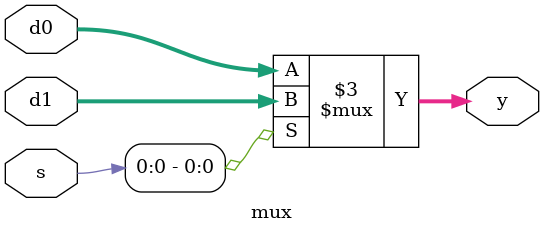
<source format=v>
module mux ( s, d1, d0, y );
input [3:0]  d1, d0; // a,b
input  [3:0]       s;// select bit 
output [3:0] y; // output of multiplexer

reg    [3:0] y;

always@( s or d1 or d0 )
begin
   if (s[0]) //if lsb of input is 1
          y = d1; // = B
   else
          y = d0; // y = 0000
end

endmodule




</source>
